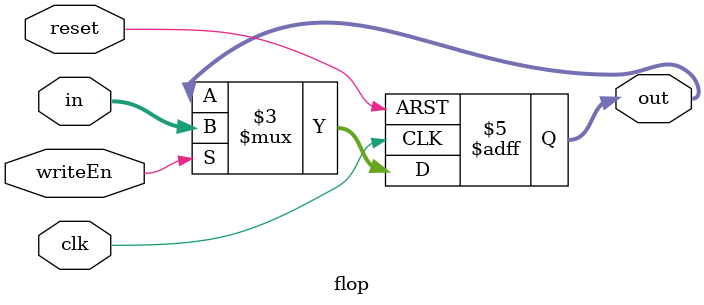
<source format=v>
module flop (
    output reg [31:0] out,
    input clk,
    input writeEn,
    input [31:0] in,
    input reset
  );
  always @(posedge clk or negedge reset)
  begin

    if (!reset)
      out <= 0;

    else if (writeEn)
      out <= in;
  end

endmodule

</source>
